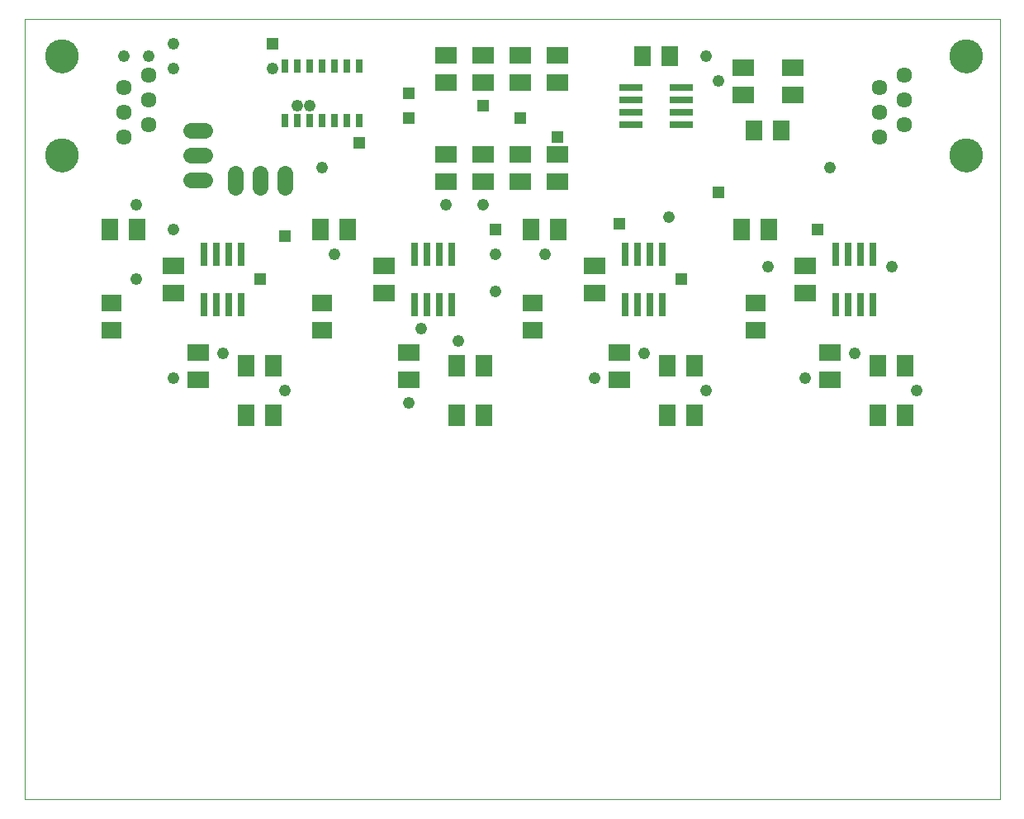
<source format=gts>
G75*
%MOIN*%
%OFA0B0*%
%FSLAX24Y24*%
%IPPOS*%
%LPD*%
%AMOC8*
5,1,8,0,0,1.08239X$1,22.5*
%
%ADD10C,0.0000*%
%ADD11R,0.0867X0.0710*%
%ADD12R,0.0710X0.0867*%
%ADD13R,0.0710X0.0789*%
%ADD14R,0.0789X0.0710*%
%ADD15C,0.0634*%
%ADD16C,0.1360*%
%ADD17C,0.0640*%
%ADD18R,0.0316X0.0552*%
%ADD19R,0.0316X0.0946*%
%ADD20R,0.0946X0.0316*%
%ADD21C,0.0476*%
%ADD22R,0.0476X0.0476*%
%ADD23C,0.0480*%
D10*
X001704Y000220D02*
X001704Y031716D01*
X041074Y031716D01*
X041074Y000220D01*
X001704Y000220D01*
X002564Y026220D02*
X002566Y026270D01*
X002572Y026320D01*
X002582Y026369D01*
X002595Y026418D01*
X002613Y026465D01*
X002634Y026511D01*
X002658Y026554D01*
X002686Y026596D01*
X002717Y026636D01*
X002751Y026673D01*
X002788Y026707D01*
X002828Y026738D01*
X002870Y026766D01*
X002913Y026790D01*
X002959Y026811D01*
X003006Y026829D01*
X003055Y026842D01*
X003104Y026852D01*
X003154Y026858D01*
X003204Y026860D01*
X003254Y026858D01*
X003304Y026852D01*
X003353Y026842D01*
X003402Y026829D01*
X003449Y026811D01*
X003495Y026790D01*
X003538Y026766D01*
X003580Y026738D01*
X003620Y026707D01*
X003657Y026673D01*
X003691Y026636D01*
X003722Y026596D01*
X003750Y026554D01*
X003774Y026511D01*
X003795Y026465D01*
X003813Y026418D01*
X003826Y026369D01*
X003836Y026320D01*
X003842Y026270D01*
X003844Y026220D01*
X003842Y026170D01*
X003836Y026120D01*
X003826Y026071D01*
X003813Y026022D01*
X003795Y025975D01*
X003774Y025929D01*
X003750Y025886D01*
X003722Y025844D01*
X003691Y025804D01*
X003657Y025767D01*
X003620Y025733D01*
X003580Y025702D01*
X003538Y025674D01*
X003495Y025650D01*
X003449Y025629D01*
X003402Y025611D01*
X003353Y025598D01*
X003304Y025588D01*
X003254Y025582D01*
X003204Y025580D01*
X003154Y025582D01*
X003104Y025588D01*
X003055Y025598D01*
X003006Y025611D01*
X002959Y025629D01*
X002913Y025650D01*
X002870Y025674D01*
X002828Y025702D01*
X002788Y025733D01*
X002751Y025767D01*
X002717Y025804D01*
X002686Y025844D01*
X002658Y025886D01*
X002634Y025929D01*
X002613Y025975D01*
X002595Y026022D01*
X002582Y026071D01*
X002572Y026120D01*
X002566Y026170D01*
X002564Y026220D01*
X002564Y030220D02*
X002566Y030270D01*
X002572Y030320D01*
X002582Y030369D01*
X002595Y030418D01*
X002613Y030465D01*
X002634Y030511D01*
X002658Y030554D01*
X002686Y030596D01*
X002717Y030636D01*
X002751Y030673D01*
X002788Y030707D01*
X002828Y030738D01*
X002870Y030766D01*
X002913Y030790D01*
X002959Y030811D01*
X003006Y030829D01*
X003055Y030842D01*
X003104Y030852D01*
X003154Y030858D01*
X003204Y030860D01*
X003254Y030858D01*
X003304Y030852D01*
X003353Y030842D01*
X003402Y030829D01*
X003449Y030811D01*
X003495Y030790D01*
X003538Y030766D01*
X003580Y030738D01*
X003620Y030707D01*
X003657Y030673D01*
X003691Y030636D01*
X003722Y030596D01*
X003750Y030554D01*
X003774Y030511D01*
X003795Y030465D01*
X003813Y030418D01*
X003826Y030369D01*
X003836Y030320D01*
X003842Y030270D01*
X003844Y030220D01*
X003842Y030170D01*
X003836Y030120D01*
X003826Y030071D01*
X003813Y030022D01*
X003795Y029975D01*
X003774Y029929D01*
X003750Y029886D01*
X003722Y029844D01*
X003691Y029804D01*
X003657Y029767D01*
X003620Y029733D01*
X003580Y029702D01*
X003538Y029674D01*
X003495Y029650D01*
X003449Y029629D01*
X003402Y029611D01*
X003353Y029598D01*
X003304Y029588D01*
X003254Y029582D01*
X003204Y029580D01*
X003154Y029582D01*
X003104Y029588D01*
X003055Y029598D01*
X003006Y029611D01*
X002959Y029629D01*
X002913Y029650D01*
X002870Y029674D01*
X002828Y029702D01*
X002788Y029733D01*
X002751Y029767D01*
X002717Y029804D01*
X002686Y029844D01*
X002658Y029886D01*
X002634Y029929D01*
X002613Y029975D01*
X002595Y030022D01*
X002582Y030071D01*
X002572Y030120D01*
X002566Y030170D01*
X002564Y030220D01*
X039064Y030220D02*
X039066Y030270D01*
X039072Y030320D01*
X039082Y030369D01*
X039095Y030418D01*
X039113Y030465D01*
X039134Y030511D01*
X039158Y030554D01*
X039186Y030596D01*
X039217Y030636D01*
X039251Y030673D01*
X039288Y030707D01*
X039328Y030738D01*
X039370Y030766D01*
X039413Y030790D01*
X039459Y030811D01*
X039506Y030829D01*
X039555Y030842D01*
X039604Y030852D01*
X039654Y030858D01*
X039704Y030860D01*
X039754Y030858D01*
X039804Y030852D01*
X039853Y030842D01*
X039902Y030829D01*
X039949Y030811D01*
X039995Y030790D01*
X040038Y030766D01*
X040080Y030738D01*
X040120Y030707D01*
X040157Y030673D01*
X040191Y030636D01*
X040222Y030596D01*
X040250Y030554D01*
X040274Y030511D01*
X040295Y030465D01*
X040313Y030418D01*
X040326Y030369D01*
X040336Y030320D01*
X040342Y030270D01*
X040344Y030220D01*
X040342Y030170D01*
X040336Y030120D01*
X040326Y030071D01*
X040313Y030022D01*
X040295Y029975D01*
X040274Y029929D01*
X040250Y029886D01*
X040222Y029844D01*
X040191Y029804D01*
X040157Y029767D01*
X040120Y029733D01*
X040080Y029702D01*
X040038Y029674D01*
X039995Y029650D01*
X039949Y029629D01*
X039902Y029611D01*
X039853Y029598D01*
X039804Y029588D01*
X039754Y029582D01*
X039704Y029580D01*
X039654Y029582D01*
X039604Y029588D01*
X039555Y029598D01*
X039506Y029611D01*
X039459Y029629D01*
X039413Y029650D01*
X039370Y029674D01*
X039328Y029702D01*
X039288Y029733D01*
X039251Y029767D01*
X039217Y029804D01*
X039186Y029844D01*
X039158Y029886D01*
X039134Y029929D01*
X039113Y029975D01*
X039095Y030022D01*
X039082Y030071D01*
X039072Y030120D01*
X039066Y030170D01*
X039064Y030220D01*
X039064Y026220D02*
X039066Y026270D01*
X039072Y026320D01*
X039082Y026369D01*
X039095Y026418D01*
X039113Y026465D01*
X039134Y026511D01*
X039158Y026554D01*
X039186Y026596D01*
X039217Y026636D01*
X039251Y026673D01*
X039288Y026707D01*
X039328Y026738D01*
X039370Y026766D01*
X039413Y026790D01*
X039459Y026811D01*
X039506Y026829D01*
X039555Y026842D01*
X039604Y026852D01*
X039654Y026858D01*
X039704Y026860D01*
X039754Y026858D01*
X039804Y026852D01*
X039853Y026842D01*
X039902Y026829D01*
X039949Y026811D01*
X039995Y026790D01*
X040038Y026766D01*
X040080Y026738D01*
X040120Y026707D01*
X040157Y026673D01*
X040191Y026636D01*
X040222Y026596D01*
X040250Y026554D01*
X040274Y026511D01*
X040295Y026465D01*
X040313Y026418D01*
X040326Y026369D01*
X040336Y026320D01*
X040342Y026270D01*
X040344Y026220D01*
X040342Y026170D01*
X040336Y026120D01*
X040326Y026071D01*
X040313Y026022D01*
X040295Y025975D01*
X040274Y025929D01*
X040250Y025886D01*
X040222Y025844D01*
X040191Y025804D01*
X040157Y025767D01*
X040120Y025733D01*
X040080Y025702D01*
X040038Y025674D01*
X039995Y025650D01*
X039949Y025629D01*
X039902Y025611D01*
X039853Y025598D01*
X039804Y025588D01*
X039754Y025582D01*
X039704Y025580D01*
X039654Y025582D01*
X039604Y025588D01*
X039555Y025598D01*
X039506Y025611D01*
X039459Y025629D01*
X039413Y025650D01*
X039370Y025674D01*
X039328Y025702D01*
X039288Y025733D01*
X039251Y025767D01*
X039217Y025804D01*
X039186Y025844D01*
X039158Y025886D01*
X039134Y025929D01*
X039113Y025975D01*
X039095Y026022D01*
X039082Y026071D01*
X039072Y026120D01*
X039066Y026170D01*
X039064Y026220D01*
D11*
X033204Y021771D03*
X033204Y020669D03*
X034204Y018271D03*
X034204Y017169D03*
X025704Y017169D03*
X025704Y018271D03*
X024704Y020669D03*
X024704Y021771D03*
X023204Y025169D03*
X023204Y026271D03*
X021704Y026271D03*
X020204Y026271D03*
X020204Y025169D03*
X021704Y025169D03*
X018704Y025169D03*
X018704Y026271D03*
X018704Y029169D03*
X018704Y030271D03*
X020204Y030271D03*
X020204Y029169D03*
X021704Y029169D03*
X021704Y030271D03*
X023204Y030271D03*
X023204Y029169D03*
X030704Y028669D03*
X030704Y029771D03*
X032704Y029771D03*
X032704Y028669D03*
X017204Y018271D03*
X017204Y017169D03*
X016204Y020669D03*
X016204Y021771D03*
X008704Y018271D03*
X008704Y017169D03*
X007704Y020669D03*
X007704Y021771D03*
D12*
X006255Y023220D03*
X005153Y023220D03*
X010653Y017720D03*
X011755Y017720D03*
X011755Y015720D03*
X010653Y015720D03*
X019153Y015720D03*
X020255Y015720D03*
X020255Y017720D03*
X019153Y017720D03*
X022153Y023220D03*
X023255Y023220D03*
X027653Y017720D03*
X028755Y017720D03*
X028755Y015720D03*
X027653Y015720D03*
X036153Y015720D03*
X037255Y015720D03*
X037255Y017720D03*
X036153Y017720D03*
X031755Y023220D03*
X030653Y023220D03*
X014755Y023220D03*
X013653Y023220D03*
D13*
X026653Y030220D03*
X027755Y030220D03*
X031153Y027220D03*
X032255Y027220D03*
D14*
X031204Y020271D03*
X031204Y019169D03*
X022204Y019169D03*
X022204Y020271D03*
X013704Y020271D03*
X013704Y019169D03*
X005204Y019169D03*
X005204Y020271D03*
D15*
X005704Y026970D03*
X006704Y027470D03*
X005704Y027970D03*
X006704Y028470D03*
X005704Y028970D03*
X006704Y029470D03*
X036204Y028970D03*
X037204Y028470D03*
X036204Y027970D03*
X037204Y027470D03*
X036204Y026970D03*
X037204Y029470D03*
D16*
X039704Y030220D03*
X039704Y026220D03*
X003204Y026220D03*
X003204Y030220D03*
D17*
X008424Y027220D02*
X008984Y027220D01*
X008984Y026220D02*
X008424Y026220D01*
X008424Y025220D02*
X008984Y025220D01*
X010204Y025500D02*
X010204Y024940D01*
X011204Y024940D02*
X011204Y025500D01*
X012204Y025500D02*
X012204Y024940D01*
D18*
X012204Y027618D03*
X012704Y027618D03*
X013204Y027618D03*
X013704Y027618D03*
X014204Y027618D03*
X014704Y027618D03*
X015204Y027618D03*
X015204Y029822D03*
X014704Y029822D03*
X014204Y029822D03*
X013704Y029822D03*
X013204Y029822D03*
X012704Y029822D03*
X012204Y029822D03*
D19*
X010454Y022244D03*
X009954Y022244D03*
X009454Y022244D03*
X008954Y022244D03*
X008954Y020196D03*
X009454Y020196D03*
X009954Y020196D03*
X010454Y020196D03*
X017454Y020196D03*
X017954Y020196D03*
X018454Y020196D03*
X018954Y020196D03*
X018954Y022244D03*
X018454Y022244D03*
X017954Y022244D03*
X017454Y022244D03*
X025954Y022244D03*
X026454Y022244D03*
X026954Y022244D03*
X027454Y022244D03*
X027454Y020196D03*
X026954Y020196D03*
X026454Y020196D03*
X025954Y020196D03*
X034454Y020196D03*
X034954Y020196D03*
X035454Y020196D03*
X035954Y020196D03*
X035954Y022244D03*
X035454Y022244D03*
X034954Y022244D03*
X034454Y022244D03*
D20*
X028227Y027470D03*
X028227Y027970D03*
X028227Y028470D03*
X028227Y028970D03*
X026180Y028970D03*
X026180Y028470D03*
X026180Y027970D03*
X026180Y027470D03*
D21*
X027704Y023720D03*
X020704Y022220D03*
X020704Y020720D03*
X020204Y024220D03*
X007704Y023220D03*
D22*
X011204Y021220D03*
X012204Y022970D03*
X015204Y026720D03*
X017204Y027720D03*
X017204Y028720D03*
X020204Y028220D03*
X021704Y027720D03*
X023204Y026970D03*
X025704Y023470D03*
X028204Y021220D03*
X029704Y024720D03*
X033704Y023220D03*
X020704Y023220D03*
X011704Y030720D03*
D23*
X011704Y029720D03*
X012704Y028220D03*
X013204Y028220D03*
X013704Y025720D03*
X014204Y022220D03*
X017704Y019220D03*
X019204Y018720D03*
X017204Y016220D03*
X012204Y016720D03*
X009704Y018220D03*
X007704Y017220D03*
X006204Y021220D03*
X006204Y024220D03*
X007704Y029720D03*
X006704Y030220D03*
X005704Y030220D03*
X007704Y030720D03*
X018704Y024220D03*
X022704Y022220D03*
X026704Y018220D03*
X024704Y017220D03*
X029204Y016720D03*
X033204Y017220D03*
X035204Y018220D03*
X037704Y016720D03*
X036704Y021720D03*
X031704Y021720D03*
X034204Y025720D03*
X029704Y029220D03*
X029204Y030220D03*
M02*

</source>
